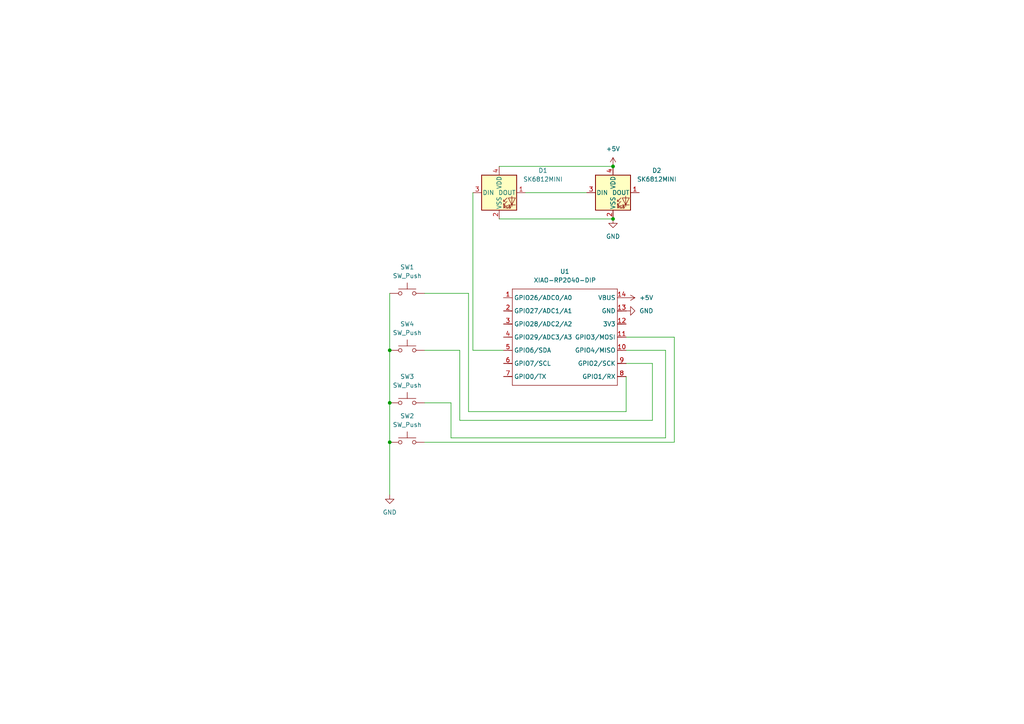
<source format=kicad_sch>
(kicad_sch (version 20250114) (generator "eeschema") (generator_version "9.0")
  (paper "A4")
  (lib_symbols
    (symbol "LED:SK6812MINI" (pin_names (offset 0.254))
      (property "Reference" "D" (at 5.08 5.715 0))
      (property "Value" "SK6812MINI" (at 1.27 -5.715 0))
      (symbol "SK6812MINI_0_0"
        (text "RGB" (at 2.286 -4.191 0) (effects (font (size 0.762 0.762))))
      )
      (symbol "SK6812MINI_0_1"
        (polyline (pts (xy 1.27 -2.54) (xy 1.778 -2.54)))
        (polyline (pts (xy 1.27 -3.556) (xy 1.778 -3.556)))
        (polyline (pts (xy 2.286 -1.524) (xy 1.27 -2.54) (xy 1.27 -2.032)))
        (polyline (pts (xy 2.286 -2.54) (xy 1.27 -3.556) (xy 1.27 -3.048)))
        (polyline (pts (xy 3.683 -1.016) (xy 3.683 -3.556) (xy 3.683 -4.064)))
        (polyline (pts (xy 4.699 -1.524) (xy 2.667 -1.524) (xy 3.683 -3.556) (xy 4.699 -1.524)))
        (polyline (pts (xy 4.699 -3.556) (xy 2.667 -3.556)))
        (rectangle (start 5.08 5.08) (end -5.08 -5.08) (stroke (width 0.254)) (fill (type background)))
      )
      (symbol "SK6812MINI_1_1"
        (pin input line (at -7.62 0 0) (length 2.54) (name "DIN") (number "3"))
        (pin power_in line (at 0 7.62 270) (length 2.54) (name "VDD") (number "4"))
        (pin power_in line (at 0 -7.62 90) (length 2.54) (name "VSS") (number "2"))
        (pin output line (at 7.62 0 180) (length 2.54) (name "DOUT") (number "1"))
      )
    )
    (symbol "Switch:SW_Push" (pin_numbers (hide yes)) (pin_names (offset 1.016) (hide yes))
      (property "Reference" "SW" (at 1.27 2.54 0))
      (property "Value" "SW_Push" (at 0 -1.524 0))
      (symbol "SW_Push_0_1"
        (circle (center -2.032 0) (radius 0.508))
        (polyline (pts (xy 0 1.27) (xy 0 3.048)))
        (circle (center 2.032 0) (radius 0.508))
        (polyline (pts (xy 2.54 1.27) (xy -2.54 1.27)))
        (pin passive line (at -5.08 0 0) (length 2.54) (name "1") (number "1"))
        (pin passive line (at 5.08 0 180) (length 2.54) (name "2") (number "2"))
      )
    )
    (symbol "opl:XIAO-RP2040-DIP"
      (property "Reference" "U" (at 0 0 0))
      (property "Value" "XIAO-RP2040-DIP" (at 5.334 -1.778 0))
      (symbol "XIAO-RP2040-DIP_1_0"
        (polyline (pts (xy -1.27 -2.54) (xy 29.21 -2.54)) (stroke (width 0.1524)))
        (polyline (pts (xy -1.27 -5.08) (xy -2.54 -5.08)) (stroke (width 0.1524)))
        (polyline (pts (xy -1.27 -5.08) (xy -1.27 -2.54)) (stroke (width 0.1524)))
        (polyline (pts (xy -1.27 -8.89) (xy -2.54 -8.89)) (stroke (width 0.1524)))
        (polyline (pts (xy -1.27 -8.89) (xy -1.27 -5.08)) (stroke (width 0.1524)))
        (polyline (pts (xy -1.27 -12.7) (xy -2.54 -12.7)) (stroke (width 0.1524)))
        (polyline (pts (xy -1.27 -12.7) (xy -1.27 -8.89)) (stroke (width 0.1524)))
        (polyline (pts (xy -1.27 -16.51) (xy -2.54 -16.51)) (stroke (width 0.1524)))
        (polyline (pts (xy -1.27 -16.51) (xy -1.27 -12.7)) (stroke (width 0.1524)))
        (polyline (pts (xy -1.27 -20.32) (xy -2.54 -20.32)) (stroke (width 0.1524)))
        (polyline (pts (xy -1.27 -24.13) (xy -2.54 -24.13)) (stroke (width 0.1524)))
        (polyline (pts (xy -1.27 -27.94) (xy -2.54 -27.94)) (stroke (width 0.1524)))
        (polyline (pts (xy -1.27 -30.48) (xy -1.27 -16.51)) (stroke (width 0.1524)))
        (polyline (pts (xy 29.21 -2.54) (xy 29.21 -5.08)) (stroke (width 0.1524)))
        (polyline (pts (xy 29.21 -5.08) (xy 29.21 -8.89)) (stroke (width 0.1524)))
        (polyline (pts (xy 29.21 -8.89) (xy 29.21 -12.7)) (stroke (width 0.1524)))
        (polyline (pts (xy 29.21 -12.7) (xy 29.21 -30.48)) (stroke (width 0.1524)))
        (polyline (pts (xy 29.21 -30.48) (xy -1.27 -30.48)) (stroke (width 0.1524)))
        (polyline (pts (xy 30.48 -5.08) (xy 29.21 -5.08)) (stroke (width 0.1524)))
        (polyline (pts (xy 30.48 -8.89) (xy 29.21 -8.89)) (stroke (width 0.1524)))
        (polyline (pts (xy 30.48 -12.7) (xy 29.21 -12.7)) (stroke (width 0.1524)))
        (polyline (pts (xy 30.48 -16.51) (xy 29.21 -16.51)) (stroke (width 0.1524)))
        (polyline (pts (xy 30.48 -20.32) (xy 29.21 -20.32)) (stroke (width 0.1524)))
        (polyline (pts (xy 30.48 -24.13) (xy 29.21 -24.13)) (stroke (width 0.1524)))
        (polyline (pts (xy 30.48 -27.94) (xy 29.21 -27.94)) (stroke (width 0.1524)))
        (pin passive line (at -3.81 -5.08 0) (length 2.54) (name "GPIO26/ADC0/A0") (number "1"))
        (pin passive line (at -3.81 -8.89 0) (length 2.54) (name "GPIO27/ADC1/A1") (number "2"))
        (pin passive line (at -3.81 -12.7 0) (length 2.54) (name "GPIO28/ADC2/A2") (number "3"))
        (pin passive line (at -3.81 -16.51 0) (length 2.54) (name "GPIO29/ADC3/A3") (number "4"))
        (pin passive line (at -3.81 -20.32 0) (length 2.54) (name "GPIO6/SDA") (number "5"))
        (pin passive line (at -3.81 -24.13 0) (length 2.54) (name "GPIO7/SCL") (number "6"))
        (pin passive line (at -3.81 -27.94 0) (length 2.54) (name "GPIO0/TX") (number "7"))
        (pin passive line (at 31.75 -5.08 180) (length 2.54) (name "VBUS") (number "14"))
        (pin passive line (at 31.75 -8.89 180) (length 2.54) (name "GND") (number "13"))
        (pin passive line (at 31.75 -12.7 180) (length 2.54) (name "3V3") (number "12"))
        (pin passive line (at 31.75 -16.51 180) (length 2.54) (name "GPIO3/MOSI") (number "11"))
        (pin passive line (at 31.75 -20.32 180) (length 2.54) (name "GPIO4/MISO") (number "10"))
        (pin passive line (at 31.75 -24.13 180) (length 2.54) (name "GPIO2/SCK") (number "9"))
        (pin passive line (at 31.75 -27.94 180) (length 2.54) (name "GPIO1/RX") (number "8"))
      )
    )
    (symbol "power:+5V" (power) (pin_numbers (hide yes)) (pin_names (offset 0) (hide yes))
      (property "Value" "+5V" (at 0 3.556 0))
      (symbol "+5V_0_1"
        (polyline (pts (xy -0.762 1.27) (xy 0 2.54)))
        (polyline (pts (xy 0 2.54) (xy 0.762 1.27)))
        (polyline (pts (xy 0 0) (xy 0 2.54)))
      )
      (symbol "+5V_1_1"
        (pin power_in line (at 0 0 90) (length 0) (name "~") (number "1"))
      )
    )
    (symbol "power:GND" (power) (pin_numbers (hide yes)) (pin_names (offset 0) (hide yes))
      (property "Value" "GND" (at 0 -3.81 0))
      (symbol "GND_0_1"
        (polyline (pts (xy 0 0) (xy 0 -1.27) (xy 1.27 -1.27) (xy 0 -2.54) (xy -1.27 -1.27) (xy 0 -1.27)))
      )
      (symbol "GND_1_1"
        (pin power_in line (at 0 0 270) (length 0) (name "~") (number "1"))
      )
    )
  )
  (junction (at 113.03 128.27))
  (junction (at 177.8 48.26))
  (junction (at 113.03 101.6))
  (junction (at 177.8 63.5))
  (junction (at 113.03 116.84))
  (wire (pts (xy 135.89 119.38) (xy 181.61 119.38)))
  (wire (pts (xy 123.19 101.6) (xy 133.35 101.6)))
  (wire (pts (xy 130.81 127) (xy 193.04 127)))
  (wire (pts (xy 133.35 101.6) (xy 133.35 121.92)))
  (wire (pts (xy 181.61 119.38) (xy 181.61 109.22)))
  (wire (pts (xy 135.89 85.09) (xy 135.89 119.38)))
  (wire (pts (xy 144.78 63.5) (xy 177.8 63.5)))
  (wire (pts (xy 193.04 101.6) (xy 181.61 101.6)))
  (wire (pts (xy 133.35 121.92) (xy 189.23 121.92)))
  (wire (pts (xy 144.78 48.26) (xy 177.8 48.26)))
  (wire (pts (xy 113.03 101.6) (xy 113.03 116.84)))
  (wire (pts (xy 189.23 105.41) (xy 189.23 121.92)))
  (wire (pts (xy 137.16 101.6) (xy 146.05 101.6)))
  (wire (pts (xy 152.4 55.88) (xy 170.18 55.88)))
  (wire (pts (xy 123.19 116.84) (xy 130.81 116.84)))
  (wire (pts (xy 137.16 55.88) (xy 137.16 101.6)))
  (wire (pts (xy 195.58 128.27) (xy 195.58 97.79)))
  (wire (pts (xy 113.03 85.09) (xy 113.03 101.6)))
  (wire (pts (xy 195.58 97.79) (xy 181.61 97.79)))
  (wire (pts (xy 113.03 128.27) (xy 113.03 143.51)))
  (wire (pts (xy 123.19 85.09) (xy 135.89 85.09)))
  (wire (pts (xy 130.81 116.84) (xy 130.81 127)))
  (wire (pts (xy 193.04 127) (xy 193.04 101.6)))
  (wire (pts (xy 189.23 105.41) (xy 181.61 105.41)))
  (wire (pts (xy 113.03 116.84) (xy 113.03 128.27)))
  (wire (pts (xy 123.19 128.27) (xy 195.58 128.27)))
  (symbol (lib_id "power:+5V") (at 181.61 86.36 270) (unit 1)
    (property "Reference" "#PWR03" (effects (hide yes)))
    (property "Value" "+5V" (at 185.42 86.3599 90) (effects (justify left)))
    (property "Description" "Power symbol creates a global label with name \"+5V\"" (effects (hide yes)))
  )
  (symbol (lib_id "power:GND") (at 177.8 63.5 0) (unit 1)
    (property "Reference" "#PWR05" (effects (hide yes)))
    (property "Value" "GND" (at 177.8 68.58 0))
    (property "Description" "Power symbol creates a global label with name \"GND\" , ground" (effects (hide yes)))
  )
  (symbol (lib_id "power:+5V") (at 177.8 48.26 0) (unit 1)
    (property "Reference" "#PWR04" (effects (hide yes)))
    (property "Value" "+5V" (at 177.8 43.18 0))
    (property "Description" "Power symbol creates a global label with name \"+5V\"" (effects (hide yes)))
  )
  (symbol (lib_id "Switch:SW_Push") (at 118.11 116.84 0) (unit 1)
    (property "Reference" "SW3" (at 118.11 109.22 0))
    (property "Value" "SW_Push" (at 118.11 111.76 0))
    (property "Footprint" "Button_Switch_Keyboard:SW_Cherry_MX_1.00u_PCB" (effects (hide yes)))
    (property "Description" "Push button switch, generic, two pins" (effects (hide yes)))
  )
  (symbol (lib_id "Switch:SW_Push") (at 118.11 85.09 0) (unit 1)
    (property "Reference" "SW1" (at 118.11 77.47 0))
    (property "Value" "SW_Push" (at 118.11 80.01 0))
    (property "Footprint" "Button_Switch_Keyboard:SW_Cherry_MX_1.00u_PCB" (effects (hide yes)))
    (property "Description" "Push button switch, generic, two pins" (effects (hide yes)))
  )
  (symbol (lib_id "LED:SK6812MINI") (at 144.78 55.88 0) (unit 1)
    (property "Reference" "D1" (at 157.48 49.4598 0))
    (property "Value" "SK6812MINI" (at 157.48 51.9998 0))
    (property "Footprint" "LED_SMD:LED_SK6812MINI_PLCC4_3.5x3.5mm_P1.75mm" (effects (hide yes)))
    (property "Datasheet" "https://cdn-shop.adafruit.com/product-files/2686/SK6812MINI_REV.01-1-2.pdf" (effects (hide yes)))
    (property "Description" "RGB LED with integrated controller" (effects (hide yes)))
  )
  (symbol (lib_id "LED:SK6812MINI") (at 177.8 55.88 0) (unit 1)
    (property "Reference" "D2" (at 190.5 49.4598 0))
    (property "Value" "SK6812MINI" (at 190.5 51.9998 0))
    (property "Footprint" "LED_SMD:LED_SK6812MINI_PLCC4_3.5x3.5mm_P1.75mm" (effects (hide yes)))
    (property "Datasheet" "https://cdn-shop.adafruit.com/product-files/2686/SK6812MINI_REV.01-1-2.pdf" (effects (hide yes)))
    (property "Description" "RGB LED with integrated controller" (effects (hide yes)))
  )
  (symbol (lib_id "opl:XIAO-RP2040-DIP") (at 149.86 81.28 0) (unit 1)
    (property "Reference" "U1" (at 163.83 78.74 0))
    (property "Value" "XIAO-RP2040-DIP" (at 163.83 81.28 0))
    (property "Footprint" "opl:XIAO-RP2040-DIP" (effects (hide yes)))
  )
  (symbol (lib_id "power:GND") (at 113.03 143.51 0) (unit 1)
    (property "Reference" "#PWR01" (effects (hide yes)))
    (property "Value" "GND" (at 113.03 148.59 0))
    (property "Description" "Power symbol creates a global label with name \"GND\" , ground" (effects (hide yes)))
  )
  (symbol (lib_id "Switch:SW_Push") (at 118.11 101.6 0) (unit 1)
    (property "Reference" "SW4" (at 118.11 93.98 0))
    (property "Value" "SW_Push" (at 118.11 96.52 0))
    (property "Footprint" "Button_Switch_Keyboard:SW_Cherry_MX_1.00u_PCB" (effects (hide yes)))
    (property "Description" "Push button switch, generic, two pins" (effects (hide yes)))
  )
  (symbol (lib_id "power:GND") (at 181.61 90.17 90) (unit 1)
    (property "Reference" "#PWR02" (effects (hide yes)))
    (property "Value" "GND" (at 185.42 90.1699 90) (effects (justify right)))
    (property "Description" "Power symbol creates a global label with name \"GND\" , ground" (effects (hide yes)))
  )
  (symbol (lib_id "Switch:SW_Push") (at 118.11 128.27 0) (unit 1)
    (property "Reference" "SW2" (at 118.11 120.65 0))
    (property "Value" "SW_Push" (at 118.11 123.19 0))
    (property "Footprint" "Button_Switch_Keyboard:SW_Cherry_MX_1.00u_PCB" (effects (hide yes)))
    (property "Description" "Push button switch, generic, two pins" (effects (hide yes)))
  )
)
</source>
